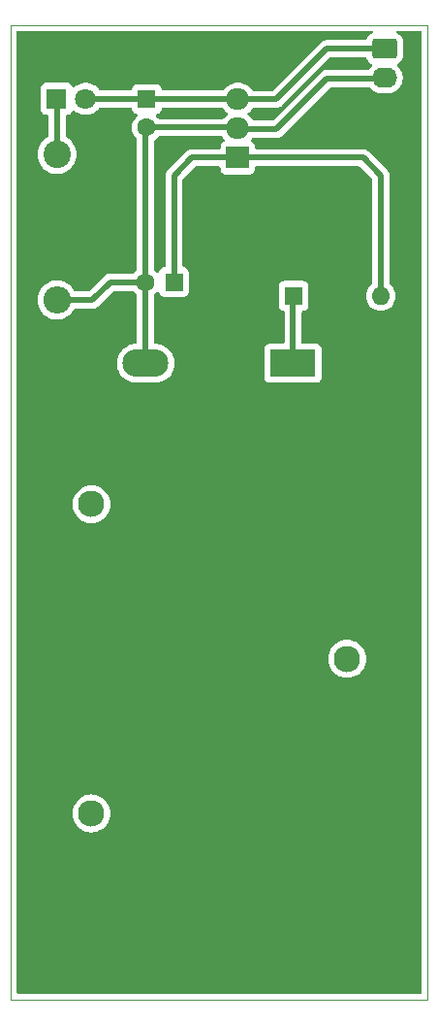
<source format=gbr>
%TF.GenerationSoftware,KiCad,Pcbnew,8.0.0*%
%TF.CreationDate,2024-03-07T19:06:56-03:00*%
%TF.ProjectId,Fuente Regulada 5V,4675656e-7465-4205-9265-67756c616461,rev?*%
%TF.SameCoordinates,Original*%
%TF.FileFunction,Copper,L2,Bot*%
%TF.FilePolarity,Positive*%
%FSLAX46Y46*%
G04 Gerber Fmt 4.6, Leading zero omitted, Abs format (unit mm)*
G04 Created by KiCad (PCBNEW 8.0.0) date 2024-03-07 19:06:56*
%MOMM*%
%LPD*%
G01*
G04 APERTURE LIST*
G04 Aperture macros list*
%AMRoundRect*
0 Rectangle with rounded corners*
0 $1 Rounding radius*
0 $2 $3 $4 $5 $6 $7 $8 $9 X,Y pos of 4 corners*
0 Add a 4 corners polygon primitive as box body*
4,1,4,$2,$3,$4,$5,$6,$7,$8,$9,$2,$3,0*
0 Add four circle primitives for the rounded corners*
1,1,$1+$1,$2,$3*
1,1,$1+$1,$4,$5*
1,1,$1+$1,$6,$7*
1,1,$1+$1,$8,$9*
0 Add four rect primitives between the rounded corners*
20,1,$1+$1,$2,$3,$4,$5,0*
20,1,$1+$1,$4,$5,$6,$7,0*
20,1,$1+$1,$6,$7,$8,$9,0*
20,1,$1+$1,$8,$9,$2,$3,0*%
G04 Aperture macros list end*
%TA.AperFunction,ComponentPad*%
%ADD10O,4.020000X2.410000*%
%TD*%
%TA.AperFunction,ComponentPad*%
%ADD11R,4.020000X2.410000*%
%TD*%
%TA.AperFunction,WasherPad*%
%ADD12C,2.300000*%
%TD*%
%TA.AperFunction,ComponentPad*%
%ADD13RoundRect,0.250000X-0.845000X0.620000X-0.845000X-0.620000X0.845000X-0.620000X0.845000X0.620000X0*%
%TD*%
%TA.AperFunction,ComponentPad*%
%ADD14O,2.190000X1.740000*%
%TD*%
%TA.AperFunction,ComponentPad*%
%ADD15R,2.000000X1.905000*%
%TD*%
%TA.AperFunction,ComponentPad*%
%ADD16O,2.000000X1.905000*%
%TD*%
%TA.AperFunction,ComponentPad*%
%ADD17R,1.600000X1.600000*%
%TD*%
%TA.AperFunction,ComponentPad*%
%ADD18O,1.600000X1.600000*%
%TD*%
%TA.AperFunction,ComponentPad*%
%ADD19O,2.400000X2.400000*%
%TD*%
%TA.AperFunction,ComponentPad*%
%ADD20C,2.400000*%
%TD*%
%TA.AperFunction,ComponentPad*%
%ADD21C,1.800000*%
%TD*%
%TA.AperFunction,ComponentPad*%
%ADD22R,1.800000X1.800000*%
%TD*%
%TA.AperFunction,ComponentPad*%
%ADD23C,1.600000*%
%TD*%
%TA.AperFunction,Conductor*%
%ADD24C,0.500000*%
%TD*%
%TA.AperFunction,Profile*%
%ADD25C,0.050000*%
%TD*%
G04 APERTURE END LIST*
D10*
%TO.P,BAT1,2,-*%
%TO.N,Net-(BAT1--)*%
X80805000Y-95880000D03*
D11*
%TO.P,BAT1,1,+*%
%TO.N,Net-(BAT1-+)*%
X93685000Y-95880000D03*
D12*
%TO.P,BAT1,*%
%TO.N,*%
X76065000Y-135140000D03*
X98415000Y-121660000D03*
X76065000Y-108170000D03*
%TD*%
D13*
%TO.P,OUT1,1,Pin_1*%
%TO.N,Net-(D1-A)*%
X101680000Y-68430000D03*
D14*
%TO.P,OUT1,2,Pin_2*%
%TO.N,Net-(BAT1--)*%
X101680000Y-70970000D03*
%TD*%
D15*
%TO.P,U1,1,VI*%
%TO.N,Net-(SW1A-B)*%
X88845000Y-77940000D03*
D16*
%TO.P,U1,2,GND*%
%TO.N,Net-(BAT1--)*%
X88845000Y-75400000D03*
%TO.P,U1,3,VO*%
%TO.N,Net-(D1-A)*%
X88845000Y-72860000D03*
%TD*%
D17*
%TO.P,SW1,1,A*%
%TO.N,Net-(BAT1-+)*%
X93732500Y-90000000D03*
D18*
%TO.P,SW1,2,B*%
%TO.N,Net-(SW1A-B)*%
X101352500Y-90000000D03*
%TD*%
D19*
%TO.P,R1,2*%
%TO.N,Net-(BAT1--)*%
X73060000Y-90350000D03*
D20*
%TO.P,R1,1*%
%TO.N,Net-(D1-K)*%
X73060000Y-77650000D03*
%TD*%
D21*
%TO.P,D1,2,A*%
%TO.N,Net-(D1-A)*%
X75565000Y-72800000D03*
D22*
%TO.P,D1,1,K*%
%TO.N,Net-(D1-K)*%
X73025000Y-72800000D03*
%TD*%
D17*
%TO.P,C2,1*%
%TO.N,Net-(D1-A)*%
X80900000Y-72817618D03*
D23*
%TO.P,C2,2*%
%TO.N,Net-(BAT1--)*%
X80900000Y-75317618D03*
%TD*%
%TO.P,C1,2*%
%TO.N,Net-(BAT1--)*%
X80782380Y-88800000D03*
D17*
%TO.P,C1,1*%
%TO.N,Net-(SW1A-B)*%
X83282380Y-88800000D03*
%TD*%
D24*
%TO.N,Net-(SW1A-B)*%
X101352500Y-79502500D02*
X101352500Y-90000000D01*
X99790000Y-77940000D02*
X101352500Y-79502500D01*
X88845000Y-77940000D02*
X99790000Y-77940000D01*
%TO.N,Net-(BAT1--)*%
X92205000Y-75475000D02*
X96635000Y-71045000D01*
X88850000Y-75475000D02*
X92205000Y-75475000D01*
X96635000Y-71045000D02*
X101685000Y-71045000D01*
%TO.N,Net-(D1-A)*%
X96630000Y-68430000D02*
X101680000Y-68430000D01*
X92200000Y-72860000D02*
X96630000Y-68430000D01*
X88845000Y-72860000D02*
X92200000Y-72860000D01*
%TO.N,Net-(BAT1-+)*%
X93685000Y-90047500D02*
X93732500Y-90000000D01*
X93685000Y-95880000D02*
X93685000Y-90047500D01*
%TO.N,Net-(SW1A-B)*%
X84840000Y-77940000D02*
X88845000Y-77940000D01*
X83282380Y-79497620D02*
X84840000Y-77940000D01*
X83282380Y-88800000D02*
X83282380Y-79497620D01*
%TO.N,Net-(BAT1--)*%
X80782380Y-75435238D02*
X80900000Y-75317618D01*
X80782380Y-88800000D02*
X80782380Y-75435238D01*
X88762618Y-75317618D02*
X88845000Y-75400000D01*
X80900000Y-75317618D02*
X88762618Y-75317618D01*
%TO.N,Net-(D1-A)*%
X88802618Y-72817618D02*
X88845000Y-72860000D01*
X80900000Y-72817618D02*
X88802618Y-72817618D01*
X80882382Y-72800000D02*
X80900000Y-72817618D01*
X75565000Y-72800000D02*
X80882382Y-72800000D01*
%TO.N,Net-(D1-K)*%
X73060000Y-72835000D02*
X73025000Y-72800000D01*
X73060000Y-77650000D02*
X73060000Y-72835000D01*
%TO.N,Net-(BAT1--)*%
X77700000Y-88800000D02*
X76150000Y-90350000D01*
X80782380Y-88800000D02*
X77700000Y-88800000D01*
X76150000Y-90350000D02*
X73060000Y-90350000D01*
X80805000Y-88822620D02*
X80782380Y-88800000D01*
X80805000Y-95880000D02*
X80805000Y-88822620D01*
%TD*%
%TA.AperFunction,NonConductor*%
G36*
X87519829Y-73587803D02*
G01*
X87553108Y-73619232D01*
X87554782Y-73621536D01*
X87554783Y-73621538D01*
X87689214Y-73806566D01*
X87850934Y-73968286D01*
X87920423Y-74018773D01*
X87935438Y-74029682D01*
X87978103Y-74085013D01*
X87984082Y-74154626D01*
X87951476Y-74216421D01*
X87935438Y-74230318D01*
X87850932Y-74291715D01*
X87689210Y-74453437D01*
X87643756Y-74516002D01*
X87588426Y-74558669D01*
X87543437Y-74567118D01*
X82026663Y-74567118D01*
X81959624Y-74547433D01*
X81925088Y-74514241D01*
X81900045Y-74478476D01*
X81742913Y-74321344D01*
X81709428Y-74260021D01*
X81714412Y-74190329D01*
X81756284Y-74134396D01*
X81802078Y-74112986D01*
X81807480Y-74111709D01*
X81807483Y-74111709D01*
X81824466Y-74105375D01*
X81942328Y-74061415D01*
X81942327Y-74061415D01*
X81942331Y-74061414D01*
X82057546Y-73975164D01*
X82143796Y-73859949D01*
X82194091Y-73725101D01*
X82199062Y-73678860D01*
X82225799Y-73614312D01*
X82283191Y-73574464D01*
X82322351Y-73568118D01*
X87452790Y-73568118D01*
X87519829Y-73587803D01*
G37*
%TD.AperFunction*%
%TA.AperFunction,NonConductor*%
G36*
X100065111Y-69200185D02*
G01*
X100110866Y-69252989D01*
X100115774Y-69265486D01*
X100150186Y-69369334D01*
X100242288Y-69518656D01*
X100366344Y-69642712D01*
X100515666Y-69734814D01*
X100515668Y-69734814D01*
X100515669Y-69734815D01*
X100516348Y-69735132D01*
X100516735Y-69735473D01*
X100521813Y-69738605D01*
X100521277Y-69739472D01*
X100568787Y-69781304D01*
X100587939Y-69848498D01*
X100567723Y-69915379D01*
X100551625Y-69935195D01*
X100409640Y-70077180D01*
X100288884Y-70243386D01*
X100233554Y-70286051D01*
X100188566Y-70294500D01*
X96561080Y-70294500D01*
X96416092Y-70323340D01*
X96416086Y-70323342D01*
X96279508Y-70379914D01*
X96279496Y-70379921D01*
X96230269Y-70412813D01*
X96156588Y-70462044D01*
X96156580Y-70462050D01*
X91930451Y-74688181D01*
X91869128Y-74721666D01*
X91842770Y-74724500D01*
X90255043Y-74724500D01*
X90188004Y-74704815D01*
X90144558Y-74656795D01*
X90135216Y-74638461D01*
X90083382Y-74567118D01*
X90000786Y-74453434D01*
X89839066Y-74291714D01*
X89754559Y-74230316D01*
X89711896Y-74174988D01*
X89705917Y-74105375D01*
X89738523Y-74043580D01*
X89754556Y-74029685D01*
X89839066Y-73968286D01*
X90000786Y-73806566D01*
X90106100Y-73661613D01*
X90161430Y-73618949D01*
X90206418Y-73610500D01*
X92273920Y-73610500D01*
X92371462Y-73591096D01*
X92418913Y-73581658D01*
X92555495Y-73525084D01*
X92604729Y-73492186D01*
X92678416Y-73442952D01*
X96904549Y-69216819D01*
X96965872Y-69183334D01*
X96992230Y-69180500D01*
X99998072Y-69180500D01*
X100065111Y-69200185D01*
G37*
%TD.AperFunction*%
%TA.AperFunction,NonConductor*%
G36*
X87498235Y-76087803D02*
G01*
X87541681Y-76135824D01*
X87554781Y-76161536D01*
X87563252Y-76173195D01*
X87687525Y-76344242D01*
X87711005Y-76410046D01*
X87695180Y-76478100D01*
X87645074Y-76526795D01*
X87630541Y-76533308D01*
X87602670Y-76543703D01*
X87602664Y-76543706D01*
X87487455Y-76629952D01*
X87487452Y-76629955D01*
X87401206Y-76745164D01*
X87401202Y-76745171D01*
X87350908Y-76880017D01*
X87347673Y-76910112D01*
X87344501Y-76939623D01*
X87344500Y-76939635D01*
X87344500Y-77065500D01*
X87324815Y-77132539D01*
X87272011Y-77178294D01*
X87220500Y-77189500D01*
X84766080Y-77189500D01*
X84621092Y-77218340D01*
X84621082Y-77218343D01*
X84484511Y-77274912D01*
X84484498Y-77274919D01*
X84361584Y-77357048D01*
X84361580Y-77357051D01*
X82699430Y-79019200D01*
X82699424Y-79019208D01*
X82650192Y-79092888D01*
X82650193Y-79092889D01*
X82617301Y-79142116D01*
X82617294Y-79142128D01*
X82560722Y-79278706D01*
X82560720Y-79278712D01*
X82531880Y-79423699D01*
X82531880Y-87377648D01*
X82512195Y-87444687D01*
X82459391Y-87490442D01*
X82421135Y-87500938D01*
X82374896Y-87505909D01*
X82240051Y-87556202D01*
X82240044Y-87556206D01*
X82124835Y-87642452D01*
X82124832Y-87642455D01*
X82038586Y-87757664D01*
X82038582Y-87757671D01*
X81988289Y-87892513D01*
X81987012Y-87897922D01*
X81952438Y-87958638D01*
X81890527Y-87991023D01*
X81820936Y-87984796D01*
X81778654Y-87957088D01*
X81714079Y-87892513D01*
X81621519Y-87799953D01*
X81616753Y-87796615D01*
X81585755Y-87774910D01*
X81542131Y-87720332D01*
X81532880Y-87673336D01*
X81532880Y-76526638D01*
X81552565Y-76459599D01*
X81585757Y-76425063D01*
X81607204Y-76410046D01*
X81739139Y-76317665D01*
X81900047Y-76156757D01*
X81914704Y-76135824D01*
X81925088Y-76120995D01*
X81979665Y-76077370D01*
X82026663Y-76068118D01*
X87431196Y-76068118D01*
X87498235Y-76087803D01*
G37*
%TD.AperFunction*%
%TA.AperFunction,NonConductor*%
G36*
X100613050Y-66880185D02*
G01*
X100658805Y-66932989D01*
X100668749Y-67002147D01*
X100639724Y-67065703D01*
X100585017Y-67102205D01*
X100515669Y-67125185D01*
X100515666Y-67125186D01*
X100515663Y-67125187D01*
X100366342Y-67217289D01*
X100242289Y-67341342D01*
X100150187Y-67490663D01*
X100150186Y-67490666D01*
X100115776Y-67594505D01*
X100076005Y-67651949D01*
X100011490Y-67678772D01*
X99998072Y-67679500D01*
X96556080Y-67679500D01*
X96411092Y-67708340D01*
X96411086Y-67708342D01*
X96274508Y-67764914D01*
X96274496Y-67764921D01*
X96225269Y-67797813D01*
X96151588Y-67847044D01*
X96151580Y-67847050D01*
X91925451Y-72073181D01*
X91864128Y-72106666D01*
X91837770Y-72109500D01*
X90206418Y-72109500D01*
X90139379Y-72089815D01*
X90106100Y-72058386D01*
X90085342Y-72029815D01*
X90000786Y-71913434D01*
X89839066Y-71751714D01*
X89654038Y-71617283D01*
X89507174Y-71542452D01*
X89450255Y-71513450D01*
X89232748Y-71442778D01*
X89063326Y-71415944D01*
X89006854Y-71407000D01*
X88683146Y-71407000D01*
X88607849Y-71418926D01*
X88457253Y-71442778D01*
X88457250Y-71442778D01*
X88239744Y-71513450D01*
X88035961Y-71617283D01*
X87938217Y-71688299D01*
X87850934Y-71751714D01*
X87850932Y-71751716D01*
X87850931Y-71751716D01*
X87689216Y-71913431D01*
X87689214Y-71913434D01*
X87615162Y-72015359D01*
X87614693Y-72016004D01*
X87559363Y-72058669D01*
X87514375Y-72067118D01*
X82322351Y-72067118D01*
X82255312Y-72047433D01*
X82209557Y-71994629D01*
X82199061Y-71956370D01*
X82194091Y-71910134D01*
X82143797Y-71775289D01*
X82143793Y-71775282D01*
X82057547Y-71660073D01*
X82057544Y-71660070D01*
X81942335Y-71573824D01*
X81942328Y-71573820D01*
X81807482Y-71523526D01*
X81807483Y-71523526D01*
X81747883Y-71517119D01*
X81747881Y-71517118D01*
X81747873Y-71517118D01*
X81747864Y-71517118D01*
X80052129Y-71517118D01*
X80052123Y-71517119D01*
X79992516Y-71523526D01*
X79857671Y-71573820D01*
X79857664Y-71573824D01*
X79742455Y-71660070D01*
X79742452Y-71660073D01*
X79656206Y-71775282D01*
X79656202Y-71775289D01*
X79605910Y-71910131D01*
X79605909Y-71910135D01*
X79602831Y-71938757D01*
X79576095Y-72003306D01*
X79518703Y-72043154D01*
X79479543Y-72049500D01*
X76814685Y-72049500D01*
X76747646Y-72029815D01*
X76710877Y-71993322D01*
X76673984Y-71936854D01*
X76673982Y-71936852D01*
X76673979Y-71936847D01*
X76516784Y-71766087D01*
X76516779Y-71766083D01*
X76516777Y-71766081D01*
X76333634Y-71623535D01*
X76333628Y-71623531D01*
X76129504Y-71513064D01*
X76129495Y-71513061D01*
X75909984Y-71437702D01*
X75719450Y-71405908D01*
X75681049Y-71399500D01*
X75448951Y-71399500D01*
X75410550Y-71405908D01*
X75220015Y-71437702D01*
X75000504Y-71513061D01*
X75000495Y-71513064D01*
X74796371Y-71623531D01*
X74796365Y-71623535D01*
X74613222Y-71766081D01*
X74613218Y-71766085D01*
X74604866Y-71775158D01*
X74544979Y-71811148D01*
X74475141Y-71809047D01*
X74417525Y-71769522D01*
X74397455Y-71734507D01*
X74368797Y-71657671D01*
X74368793Y-71657664D01*
X74282547Y-71542455D01*
X74282544Y-71542452D01*
X74167335Y-71456206D01*
X74167328Y-71456202D01*
X74032482Y-71405908D01*
X74032483Y-71405908D01*
X73972883Y-71399501D01*
X73972881Y-71399500D01*
X73972873Y-71399500D01*
X73972864Y-71399500D01*
X72077129Y-71399500D01*
X72077123Y-71399501D01*
X72017516Y-71405908D01*
X71882671Y-71456202D01*
X71882664Y-71456206D01*
X71767455Y-71542452D01*
X71767452Y-71542455D01*
X71681206Y-71657664D01*
X71681202Y-71657671D01*
X71630908Y-71792517D01*
X71624501Y-71852116D01*
X71624500Y-71852135D01*
X71624500Y-73747870D01*
X71624501Y-73747876D01*
X71630908Y-73807483D01*
X71681202Y-73942328D01*
X71681206Y-73942335D01*
X71767452Y-74057544D01*
X71767455Y-74057547D01*
X71882664Y-74143793D01*
X71882671Y-74143797D01*
X71927618Y-74160561D01*
X72017517Y-74194091D01*
X72077127Y-74200500D01*
X72185500Y-74200499D01*
X72252539Y-74220183D01*
X72298294Y-74272987D01*
X72309500Y-74324499D01*
X72309500Y-76046095D01*
X72289815Y-76113134D01*
X72239303Y-76157814D01*
X72207366Y-76173195D01*
X72172955Y-76196656D01*
X71996782Y-76316768D01*
X71809952Y-76490121D01*
X71809950Y-76490123D01*
X71651041Y-76689388D01*
X71523608Y-76910109D01*
X71430492Y-77147362D01*
X71430490Y-77147369D01*
X71373777Y-77395845D01*
X71354732Y-77649995D01*
X71354732Y-77650004D01*
X71373777Y-77904154D01*
X71373778Y-77904157D01*
X71430492Y-78152637D01*
X71523607Y-78389888D01*
X71651041Y-78610612D01*
X71809950Y-78809877D01*
X71996783Y-78983232D01*
X72207366Y-79126805D01*
X72207371Y-79126807D01*
X72207372Y-79126808D01*
X72207373Y-79126809D01*
X72329328Y-79185538D01*
X72436992Y-79237387D01*
X72436993Y-79237387D01*
X72436996Y-79237389D01*
X72680542Y-79312513D01*
X72932565Y-79350500D01*
X73187435Y-79350500D01*
X73439458Y-79312513D01*
X73683004Y-79237389D01*
X73870688Y-79147005D01*
X73912626Y-79126809D01*
X73912626Y-79126808D01*
X73912634Y-79126805D01*
X74123217Y-78983232D01*
X74310050Y-78809877D01*
X74468959Y-78610612D01*
X74596393Y-78389888D01*
X74689508Y-78152637D01*
X74746222Y-77904157D01*
X74765268Y-77650000D01*
X74746222Y-77395843D01*
X74689508Y-77147363D01*
X74596393Y-76910112D01*
X74468959Y-76689388D01*
X74310050Y-76490123D01*
X74123217Y-76316768D01*
X73912634Y-76173195D01*
X73880696Y-76157814D01*
X73828838Y-76110992D01*
X73810500Y-76046095D01*
X73810500Y-74324499D01*
X73830185Y-74257460D01*
X73882989Y-74211705D01*
X73934500Y-74200499D01*
X73972871Y-74200499D01*
X73972872Y-74200499D01*
X74032483Y-74194091D01*
X74167331Y-74143796D01*
X74282546Y-74057546D01*
X74368796Y-73942331D01*
X74397455Y-73865493D01*
X74439326Y-73809559D01*
X74504790Y-73785141D01*
X74573063Y-73799992D01*
X74604866Y-73824843D01*
X74612302Y-73832920D01*
X74613215Y-73833912D01*
X74613222Y-73833918D01*
X74796365Y-73976464D01*
X74796371Y-73976468D01*
X74796374Y-73976470D01*
X74894701Y-74029682D01*
X74996943Y-74085013D01*
X75000497Y-74086936D01*
X75076378Y-74112986D01*
X75220015Y-74162297D01*
X75220017Y-74162297D01*
X75220019Y-74162298D01*
X75448951Y-74200500D01*
X75448952Y-74200500D01*
X75681048Y-74200500D01*
X75681049Y-74200500D01*
X75909981Y-74162298D01*
X76129503Y-74086936D01*
X76333626Y-73976470D01*
X76344144Y-73968284D01*
X76395129Y-73928600D01*
X76516784Y-73833913D01*
X76673979Y-73663153D01*
X76680914Y-73652537D01*
X76710877Y-73606678D01*
X76764023Y-73561322D01*
X76814685Y-73550500D01*
X79475806Y-73550500D01*
X79542845Y-73570185D01*
X79588600Y-73622989D01*
X79598246Y-73662285D01*
X79599146Y-73662189D01*
X79605908Y-73725101D01*
X79656202Y-73859946D01*
X79656206Y-73859953D01*
X79742452Y-73975162D01*
X79742455Y-73975165D01*
X79857664Y-74061411D01*
X79857671Y-74061415D01*
X79910927Y-74081278D01*
X79992517Y-74111709D01*
X79992527Y-74111710D01*
X79997913Y-74112983D01*
X80058631Y-74147553D01*
X80091021Y-74209461D01*
X80084799Y-74279053D01*
X80057088Y-74321343D01*
X79899951Y-74478480D01*
X79769432Y-74664883D01*
X79769431Y-74664885D01*
X79673261Y-74871120D01*
X79673258Y-74871129D01*
X79614366Y-75090920D01*
X79614364Y-75090931D01*
X79594532Y-75317616D01*
X79594532Y-75317619D01*
X79614364Y-75544304D01*
X79614366Y-75544315D01*
X79673258Y-75764106D01*
X79673261Y-75764115D01*
X79769431Y-75970350D01*
X79769432Y-75970352D01*
X79899951Y-76156755D01*
X79899952Y-76156756D01*
X79899953Y-76156757D01*
X79995562Y-76252366D01*
X80029046Y-76313687D01*
X80031880Y-76340046D01*
X80031880Y-87673336D01*
X80012195Y-87740375D01*
X79979005Y-87774910D01*
X79943243Y-87799951D01*
X79782331Y-87960862D01*
X79757292Y-87996623D01*
X79702715Y-88040248D01*
X79655717Y-88049500D01*
X77626080Y-88049500D01*
X77481092Y-88078340D01*
X77481082Y-88078343D01*
X77344509Y-88134913D01*
X77310652Y-88157536D01*
X77221579Y-88217051D01*
X77221578Y-88217052D01*
X75875451Y-89563181D01*
X75814128Y-89596666D01*
X75787770Y-89599500D01*
X74661858Y-89599500D01*
X74594819Y-89579815D01*
X74554471Y-89537500D01*
X74505531Y-89452734D01*
X74468959Y-89389388D01*
X74310050Y-89190123D01*
X74123217Y-89016768D01*
X73912634Y-88873195D01*
X73912630Y-88873193D01*
X73912627Y-88873191D01*
X73912626Y-88873190D01*
X73683006Y-88762612D01*
X73683008Y-88762612D01*
X73439466Y-88687489D01*
X73439462Y-88687488D01*
X73439458Y-88687487D01*
X73318231Y-88669214D01*
X73187440Y-88649500D01*
X73187435Y-88649500D01*
X72932565Y-88649500D01*
X72932559Y-88649500D01*
X72775609Y-88673157D01*
X72680542Y-88687487D01*
X72680539Y-88687488D01*
X72680533Y-88687489D01*
X72436992Y-88762612D01*
X72207373Y-88873190D01*
X72207372Y-88873191D01*
X71996782Y-89016768D01*
X71809952Y-89190121D01*
X71809950Y-89190123D01*
X71651041Y-89389388D01*
X71523608Y-89610109D01*
X71430492Y-89847362D01*
X71430490Y-89847369D01*
X71373777Y-90095845D01*
X71354732Y-90349995D01*
X71354732Y-90350004D01*
X71373777Y-90604154D01*
X71429404Y-90847873D01*
X71430492Y-90852637D01*
X71523607Y-91089888D01*
X71651041Y-91310612D01*
X71809950Y-91509877D01*
X71996783Y-91683232D01*
X72207366Y-91826805D01*
X72207371Y-91826807D01*
X72207372Y-91826808D01*
X72207373Y-91826809D01*
X72329328Y-91885538D01*
X72436992Y-91937387D01*
X72436993Y-91937387D01*
X72436996Y-91937389D01*
X72680542Y-92012513D01*
X72932565Y-92050500D01*
X73187435Y-92050500D01*
X73439458Y-92012513D01*
X73683004Y-91937389D01*
X73912634Y-91826805D01*
X74123217Y-91683232D01*
X74310050Y-91509877D01*
X74468959Y-91310612D01*
X74554471Y-91162500D01*
X74605038Y-91114284D01*
X74661858Y-91100500D01*
X76223920Y-91100500D01*
X76321462Y-91081096D01*
X76368913Y-91071658D01*
X76505495Y-91015084D01*
X76554729Y-90982186D01*
X76628416Y-90932952D01*
X77974549Y-89586819D01*
X78035872Y-89553334D01*
X78062230Y-89550500D01*
X79655717Y-89550500D01*
X79722756Y-89570185D01*
X79757292Y-89603377D01*
X79782334Y-89639141D01*
X79943239Y-89800046D01*
X79972946Y-89820846D01*
X80001621Y-89840924D01*
X80045247Y-89895500D01*
X80054500Y-89942500D01*
X80054500Y-94050500D01*
X80034815Y-94117539D01*
X79982011Y-94163294D01*
X79930500Y-94174500D01*
X79888208Y-94174500D01*
X79691188Y-94200439D01*
X79666560Y-94203682D01*
X79612572Y-94218148D01*
X79450606Y-94261546D01*
X79244064Y-94347099D01*
X79244054Y-94347103D01*
X79050442Y-94458885D01*
X78873074Y-94594984D01*
X78873067Y-94594990D01*
X78714990Y-94753067D01*
X78714984Y-94753074D01*
X78578885Y-94930442D01*
X78467103Y-95124054D01*
X78467099Y-95124064D01*
X78381546Y-95330606D01*
X78323682Y-95546561D01*
X78294500Y-95768208D01*
X78294500Y-95991791D01*
X78317197Y-96164183D01*
X78323682Y-96213440D01*
X78352614Y-96321415D01*
X78381546Y-96429393D01*
X78467099Y-96635935D01*
X78467103Y-96635945D01*
X78578885Y-96829557D01*
X78714984Y-97006925D01*
X78714990Y-97006932D01*
X78873067Y-97165009D01*
X78873074Y-97165015D01*
X79050442Y-97301114D01*
X79244054Y-97412896D01*
X79244055Y-97412896D01*
X79244058Y-97412898D01*
X79381758Y-97469935D01*
X79450606Y-97498453D01*
X79450607Y-97498453D01*
X79450609Y-97498454D01*
X79666560Y-97556318D01*
X79878249Y-97584187D01*
X79888200Y-97585498D01*
X79888216Y-97585500D01*
X79888223Y-97585500D01*
X81721777Y-97585500D01*
X81721784Y-97585500D01*
X81943440Y-97556318D01*
X82159391Y-97498454D01*
X82365942Y-97412898D01*
X82559558Y-97301114D01*
X82736927Y-97165014D01*
X82769071Y-97132870D01*
X91174500Y-97132870D01*
X91174501Y-97132876D01*
X91180908Y-97192483D01*
X91231202Y-97327328D01*
X91231206Y-97327335D01*
X91317452Y-97442544D01*
X91317455Y-97442547D01*
X91432664Y-97528793D01*
X91432671Y-97528797D01*
X91567517Y-97579091D01*
X91567516Y-97579091D01*
X91574444Y-97579835D01*
X91627127Y-97585500D01*
X95742872Y-97585499D01*
X95802483Y-97579091D01*
X95937331Y-97528796D01*
X96052546Y-97442546D01*
X96138796Y-97327331D01*
X96189091Y-97192483D01*
X96195500Y-97132873D01*
X96195499Y-94627128D01*
X96189091Y-94567517D01*
X96148574Y-94458886D01*
X96138797Y-94432671D01*
X96138793Y-94432664D01*
X96052547Y-94317455D01*
X96052544Y-94317452D01*
X95937335Y-94231206D01*
X95937328Y-94231202D01*
X95802482Y-94180908D01*
X95802483Y-94180908D01*
X95742883Y-94174501D01*
X95742881Y-94174500D01*
X95742873Y-94174500D01*
X95742865Y-94174500D01*
X94559500Y-94174500D01*
X94492461Y-94154815D01*
X94446706Y-94102011D01*
X94435500Y-94050500D01*
X94435500Y-91424499D01*
X94455185Y-91357460D01*
X94507989Y-91311705D01*
X94559500Y-91300499D01*
X94580371Y-91300499D01*
X94580372Y-91300499D01*
X94639983Y-91294091D01*
X94774831Y-91243796D01*
X94890046Y-91157546D01*
X94976296Y-91042331D01*
X95026591Y-90907483D01*
X95033000Y-90847873D01*
X95032999Y-89152128D01*
X95026591Y-89092517D01*
X94998338Y-89016768D01*
X94976297Y-88957671D01*
X94976293Y-88957664D01*
X94890047Y-88842455D01*
X94890044Y-88842452D01*
X94774835Y-88756206D01*
X94774828Y-88756202D01*
X94639982Y-88705908D01*
X94639983Y-88705908D01*
X94580383Y-88699501D01*
X94580381Y-88699500D01*
X94580373Y-88699500D01*
X94580364Y-88699500D01*
X92884629Y-88699500D01*
X92884623Y-88699501D01*
X92825016Y-88705908D01*
X92690171Y-88756202D01*
X92690164Y-88756206D01*
X92574955Y-88842452D01*
X92574952Y-88842455D01*
X92488706Y-88957664D01*
X92488702Y-88957671D01*
X92438408Y-89092517D01*
X92432001Y-89152116D01*
X92432001Y-89152123D01*
X92432000Y-89152135D01*
X92432000Y-90847870D01*
X92432001Y-90847876D01*
X92438408Y-90907483D01*
X92488702Y-91042328D01*
X92488706Y-91042335D01*
X92574952Y-91157544D01*
X92574955Y-91157547D01*
X92690164Y-91243793D01*
X92690171Y-91243797D01*
X92825017Y-91294091D01*
X92832562Y-91295874D01*
X92832189Y-91297450D01*
X92888298Y-91320686D01*
X92928151Y-91378075D01*
X92934500Y-91417244D01*
X92934500Y-94050500D01*
X92914815Y-94117539D01*
X92862011Y-94163294D01*
X92810500Y-94174500D01*
X91627129Y-94174500D01*
X91627123Y-94174501D01*
X91567516Y-94180908D01*
X91432671Y-94231202D01*
X91432664Y-94231206D01*
X91317455Y-94317452D01*
X91317452Y-94317455D01*
X91231206Y-94432664D01*
X91231202Y-94432671D01*
X91180908Y-94567517D01*
X91177955Y-94594990D01*
X91174501Y-94627123D01*
X91174500Y-94627135D01*
X91174500Y-97132870D01*
X82769071Y-97132870D01*
X82895014Y-97006927D01*
X83031114Y-96829558D01*
X83142898Y-96635942D01*
X83228454Y-96429391D01*
X83286318Y-96213440D01*
X83315500Y-95991784D01*
X83315500Y-95768216D01*
X83286318Y-95546560D01*
X83228454Y-95330609D01*
X83142898Y-95124058D01*
X83031114Y-94930442D01*
X82895014Y-94753073D01*
X82895009Y-94753067D01*
X82736932Y-94594990D01*
X82736925Y-94594984D01*
X82559557Y-94458885D01*
X82365945Y-94347103D01*
X82365935Y-94347099D01*
X82159393Y-94261546D01*
X82046146Y-94231202D01*
X81943440Y-94203682D01*
X81894183Y-94197197D01*
X81721791Y-94174500D01*
X81721784Y-94174500D01*
X81679500Y-94174500D01*
X81612461Y-94154815D01*
X81566706Y-94102011D01*
X81555500Y-94050500D01*
X81555500Y-89910824D01*
X81575185Y-89843785D01*
X81608379Y-89809248D01*
X81621516Y-89800049D01*
X81621515Y-89800049D01*
X81621519Y-89800047D01*
X81778654Y-89642911D01*
X81839976Y-89609428D01*
X81909667Y-89614412D01*
X81965601Y-89656283D01*
X81987009Y-89702070D01*
X81988288Y-89707480D01*
X82038582Y-89842328D01*
X82038586Y-89842335D01*
X82124832Y-89957544D01*
X82124835Y-89957547D01*
X82240044Y-90043793D01*
X82240051Y-90043797D01*
X82374897Y-90094091D01*
X82374896Y-90094091D01*
X82381824Y-90094835D01*
X82434507Y-90100500D01*
X84130252Y-90100499D01*
X84189863Y-90094091D01*
X84324711Y-90043796D01*
X84439926Y-89957546D01*
X84526176Y-89842331D01*
X84576471Y-89707483D01*
X84582880Y-89647873D01*
X84582879Y-87952128D01*
X84576471Y-87892517D01*
X84532606Y-87774910D01*
X84526177Y-87757671D01*
X84526173Y-87757664D01*
X84439927Y-87642455D01*
X84439924Y-87642452D01*
X84324715Y-87556206D01*
X84324708Y-87556202D01*
X84189863Y-87505908D01*
X84143623Y-87500937D01*
X84079073Y-87474199D01*
X84039225Y-87416806D01*
X84032880Y-87377648D01*
X84032880Y-79859849D01*
X84052565Y-79792810D01*
X84069199Y-79772168D01*
X85114548Y-78726819D01*
X85175871Y-78693334D01*
X85202229Y-78690500D01*
X87220501Y-78690500D01*
X87287540Y-78710185D01*
X87333295Y-78762989D01*
X87344501Y-78814500D01*
X87344501Y-78940376D01*
X87350908Y-78999983D01*
X87401202Y-79134828D01*
X87401206Y-79134835D01*
X87487452Y-79250044D01*
X87487455Y-79250047D01*
X87602664Y-79336293D01*
X87602671Y-79336297D01*
X87737517Y-79386591D01*
X87737516Y-79386591D01*
X87744444Y-79387335D01*
X87797127Y-79393000D01*
X89892872Y-79392999D01*
X89952483Y-79386591D01*
X90087331Y-79336296D01*
X90202546Y-79250046D01*
X90288796Y-79134831D01*
X90339091Y-78999983D01*
X90345500Y-78940373D01*
X90345500Y-78814500D01*
X90365185Y-78747461D01*
X90417989Y-78701706D01*
X90469500Y-78690500D01*
X99427770Y-78690500D01*
X99494809Y-78710185D01*
X99515451Y-78726819D01*
X100565681Y-79777049D01*
X100599166Y-79838372D01*
X100602000Y-79864730D01*
X100602000Y-88873336D01*
X100582315Y-88940375D01*
X100549125Y-88974910D01*
X100513363Y-88999951D01*
X100352451Y-89160862D01*
X100221932Y-89347265D01*
X100221931Y-89347267D01*
X100125761Y-89553502D01*
X100125758Y-89553511D01*
X100066866Y-89773302D01*
X100066864Y-89773313D01*
X100047032Y-89999998D01*
X100047032Y-90000001D01*
X100066864Y-90226686D01*
X100066866Y-90226697D01*
X100125758Y-90446488D01*
X100125761Y-90446497D01*
X100221931Y-90652732D01*
X100221932Y-90652734D01*
X100352454Y-90839141D01*
X100513358Y-91000045D01*
X100513361Y-91000047D01*
X100699766Y-91130568D01*
X100906004Y-91226739D01*
X101125808Y-91285635D01*
X101287730Y-91299801D01*
X101352498Y-91305468D01*
X101352500Y-91305468D01*
X101352502Y-91305468D01*
X101409307Y-91300498D01*
X101579192Y-91285635D01*
X101798996Y-91226739D01*
X102005234Y-91130568D01*
X102191639Y-91000047D01*
X102352547Y-90839139D01*
X102483068Y-90652734D01*
X102579239Y-90446496D01*
X102638135Y-90226692D01*
X102657968Y-90000000D01*
X102638135Y-89773308D01*
X102579239Y-89553504D01*
X102483068Y-89347266D01*
X102352547Y-89160861D01*
X102191639Y-88999953D01*
X102186873Y-88996615D01*
X102155875Y-88974910D01*
X102112251Y-88920332D01*
X102103000Y-88873336D01*
X102103000Y-79428579D01*
X102079912Y-79312513D01*
X102074159Y-79283588D01*
X102019908Y-79152617D01*
X102018265Y-79148025D01*
X102017584Y-79147005D01*
X101984686Y-79097770D01*
X101984685Y-79097768D01*
X101935456Y-79024089D01*
X101935452Y-79024084D01*
X100268421Y-77357052D01*
X100268414Y-77357046D01*
X100194729Y-77307812D01*
X100194729Y-77307813D01*
X100145491Y-77274913D01*
X100008917Y-77218343D01*
X100008907Y-77218340D01*
X99863920Y-77189500D01*
X99863918Y-77189500D01*
X90469499Y-77189500D01*
X90402460Y-77169815D01*
X90356705Y-77117011D01*
X90345499Y-77065500D01*
X90345499Y-76939629D01*
X90345498Y-76939623D01*
X90345497Y-76939616D01*
X90339091Y-76880017D01*
X90288796Y-76745169D01*
X90288795Y-76745168D01*
X90288793Y-76745164D01*
X90202547Y-76629955D01*
X90202544Y-76629952D01*
X90087335Y-76543706D01*
X90087328Y-76543702D01*
X90059459Y-76533308D01*
X90003525Y-76491437D01*
X89979108Y-76425973D01*
X89993960Y-76357700D01*
X90002463Y-76344256D01*
X90051610Y-76276612D01*
X90106941Y-76233948D01*
X90151927Y-76225500D01*
X92278920Y-76225500D01*
X92376462Y-76206096D01*
X92423913Y-76196658D01*
X92560495Y-76140084D01*
X92620003Y-76100322D01*
X92683416Y-76057952D01*
X96909549Y-71831819D01*
X96970872Y-71798334D01*
X96997230Y-71795500D01*
X100297548Y-71795500D01*
X100364587Y-71815185D01*
X100397865Y-71846613D01*
X100409641Y-71862821D01*
X100562179Y-72015359D01*
X100736701Y-72142157D01*
X100928911Y-72240092D01*
X101134074Y-72306754D01*
X101213973Y-72319408D01*
X101347134Y-72340500D01*
X101347139Y-72340500D01*
X102012866Y-72340500D01*
X102131230Y-72321752D01*
X102225926Y-72306754D01*
X102431089Y-72240092D01*
X102623299Y-72142157D01*
X102797821Y-72015359D01*
X102950359Y-71862821D01*
X103077157Y-71688299D01*
X103175092Y-71496089D01*
X103241754Y-71290926D01*
X103256752Y-71196230D01*
X103275500Y-71077866D01*
X103275500Y-70862133D01*
X103241754Y-70649077D01*
X103241754Y-70649074D01*
X103175092Y-70443911D01*
X103077157Y-70251701D01*
X102950359Y-70077179D01*
X102808375Y-69935195D01*
X102774890Y-69873872D01*
X102779874Y-69804180D01*
X102821746Y-69748247D01*
X102843657Y-69735129D01*
X102844322Y-69734817D01*
X102844334Y-69734814D01*
X102993656Y-69642712D01*
X103117712Y-69518656D01*
X103209814Y-69369334D01*
X103264999Y-69202797D01*
X103275500Y-69100009D01*
X103275499Y-67759992D01*
X103264999Y-67657203D01*
X103209814Y-67490666D01*
X103117712Y-67341344D01*
X102993656Y-67217288D01*
X102844334Y-67125186D01*
X102774983Y-67102205D01*
X102717539Y-67062433D01*
X102690716Y-66997917D01*
X102703031Y-66929142D01*
X102750574Y-66877942D01*
X102813988Y-66860500D01*
X104790500Y-66860500D01*
X104857539Y-66880185D01*
X104903294Y-66932989D01*
X104914500Y-66984500D01*
X104914500Y-150735500D01*
X104894815Y-150802539D01*
X104842011Y-150848294D01*
X104790500Y-150859500D01*
X69639500Y-150859500D01*
X69572461Y-150839815D01*
X69526706Y-150787011D01*
X69515500Y-150735500D01*
X69515500Y-135140000D01*
X74409396Y-135140000D01*
X74429778Y-135398990D01*
X74490427Y-135651610D01*
X74589843Y-135891623D01*
X74589845Y-135891627D01*
X74589846Y-135891628D01*
X74725588Y-136113140D01*
X74894311Y-136310689D01*
X75091860Y-136479412D01*
X75313372Y-136615154D01*
X75313374Y-136615154D01*
X75313376Y-136615156D01*
X75374693Y-136640554D01*
X75553390Y-136714573D01*
X75806006Y-136775221D01*
X76065000Y-136795604D01*
X76323994Y-136775221D01*
X76576610Y-136714573D01*
X76816628Y-136615154D01*
X77038140Y-136479412D01*
X77235689Y-136310689D01*
X77404412Y-136113140D01*
X77540154Y-135891628D01*
X77639573Y-135651610D01*
X77700221Y-135398994D01*
X77720604Y-135140000D01*
X77700221Y-134881006D01*
X77639573Y-134628390D01*
X77540154Y-134388372D01*
X77404412Y-134166860D01*
X77235689Y-133969311D01*
X77038140Y-133800588D01*
X76816628Y-133664846D01*
X76816627Y-133664845D01*
X76816623Y-133664843D01*
X76650627Y-133596086D01*
X76576610Y-133565427D01*
X76576611Y-133565427D01*
X76438921Y-133532370D01*
X76323994Y-133504779D01*
X76323992Y-133504778D01*
X76323991Y-133504778D01*
X76065000Y-133484396D01*
X75806009Y-133504778D01*
X75553389Y-133565427D01*
X75313376Y-133664843D01*
X75091859Y-133800588D01*
X74894311Y-133969311D01*
X74725588Y-134166859D01*
X74589843Y-134388376D01*
X74490427Y-134628389D01*
X74429778Y-134881009D01*
X74409396Y-135140000D01*
X69515500Y-135140000D01*
X69515500Y-121660000D01*
X96759396Y-121660000D01*
X96779778Y-121918990D01*
X96840427Y-122171610D01*
X96939843Y-122411623D01*
X96939845Y-122411627D01*
X96939846Y-122411628D01*
X97075588Y-122633140D01*
X97244311Y-122830689D01*
X97441860Y-122999412D01*
X97663372Y-123135154D01*
X97663374Y-123135154D01*
X97663376Y-123135156D01*
X97724693Y-123160554D01*
X97903390Y-123234573D01*
X98156006Y-123295221D01*
X98415000Y-123315604D01*
X98673994Y-123295221D01*
X98926610Y-123234573D01*
X99166628Y-123135154D01*
X99388140Y-122999412D01*
X99585689Y-122830689D01*
X99754412Y-122633140D01*
X99890154Y-122411628D01*
X99989573Y-122171610D01*
X100050221Y-121918994D01*
X100070604Y-121660000D01*
X100050221Y-121401006D01*
X99989573Y-121148390D01*
X99890154Y-120908372D01*
X99754412Y-120686860D01*
X99585689Y-120489311D01*
X99388140Y-120320588D01*
X99166628Y-120184846D01*
X99166627Y-120184845D01*
X99166623Y-120184843D01*
X99000627Y-120116086D01*
X98926610Y-120085427D01*
X98926611Y-120085427D01*
X98788921Y-120052370D01*
X98673994Y-120024779D01*
X98673992Y-120024778D01*
X98673991Y-120024778D01*
X98415000Y-120004396D01*
X98156009Y-120024778D01*
X97903389Y-120085427D01*
X97663376Y-120184843D01*
X97441859Y-120320588D01*
X97244311Y-120489311D01*
X97075588Y-120686859D01*
X96939843Y-120908376D01*
X96840427Y-121148389D01*
X96779778Y-121401009D01*
X96759396Y-121660000D01*
X69515500Y-121660000D01*
X69515500Y-108170000D01*
X74409396Y-108170000D01*
X74429778Y-108428990D01*
X74490427Y-108681610D01*
X74589843Y-108921623D01*
X74589845Y-108921627D01*
X74589846Y-108921628D01*
X74725588Y-109143140D01*
X74894311Y-109340689D01*
X75091860Y-109509412D01*
X75313372Y-109645154D01*
X75313374Y-109645154D01*
X75313376Y-109645156D01*
X75374693Y-109670554D01*
X75553390Y-109744573D01*
X75806006Y-109805221D01*
X76065000Y-109825604D01*
X76323994Y-109805221D01*
X76576610Y-109744573D01*
X76816628Y-109645154D01*
X77038140Y-109509412D01*
X77235689Y-109340689D01*
X77404412Y-109143140D01*
X77540154Y-108921628D01*
X77639573Y-108681610D01*
X77700221Y-108428994D01*
X77720604Y-108170000D01*
X77700221Y-107911006D01*
X77639573Y-107658390D01*
X77540154Y-107418372D01*
X77404412Y-107196860D01*
X77235689Y-106999311D01*
X77038140Y-106830588D01*
X76816628Y-106694846D01*
X76816627Y-106694845D01*
X76816623Y-106694843D01*
X76650627Y-106626086D01*
X76576610Y-106595427D01*
X76576611Y-106595427D01*
X76438921Y-106562370D01*
X76323994Y-106534779D01*
X76323992Y-106534778D01*
X76323991Y-106534778D01*
X76065000Y-106514396D01*
X75806009Y-106534778D01*
X75553389Y-106595427D01*
X75313376Y-106694843D01*
X75091859Y-106830588D01*
X74894311Y-106999311D01*
X74725588Y-107196859D01*
X74589843Y-107418376D01*
X74490427Y-107658389D01*
X74429778Y-107911009D01*
X74409396Y-108170000D01*
X69515500Y-108170000D01*
X69515500Y-66984500D01*
X69535185Y-66917461D01*
X69587989Y-66871706D01*
X69639500Y-66860500D01*
X100546011Y-66860500D01*
X100613050Y-66880185D01*
G37*
%TD.AperFunction*%
D25*
X69015000Y-66360000D02*
X105415000Y-66360000D01*
X105415000Y-151360000D02*
X105415000Y-66360000D01*
X69015000Y-151360000D02*
X69015000Y-66360000D01*
X69015000Y-151360000D02*
X105415000Y-151360000D01*
X103415000Y-151360000D02*
X105415000Y-151360000D01*
X71015000Y-151360000D02*
X69015000Y-151360000D01*
M02*

</source>
